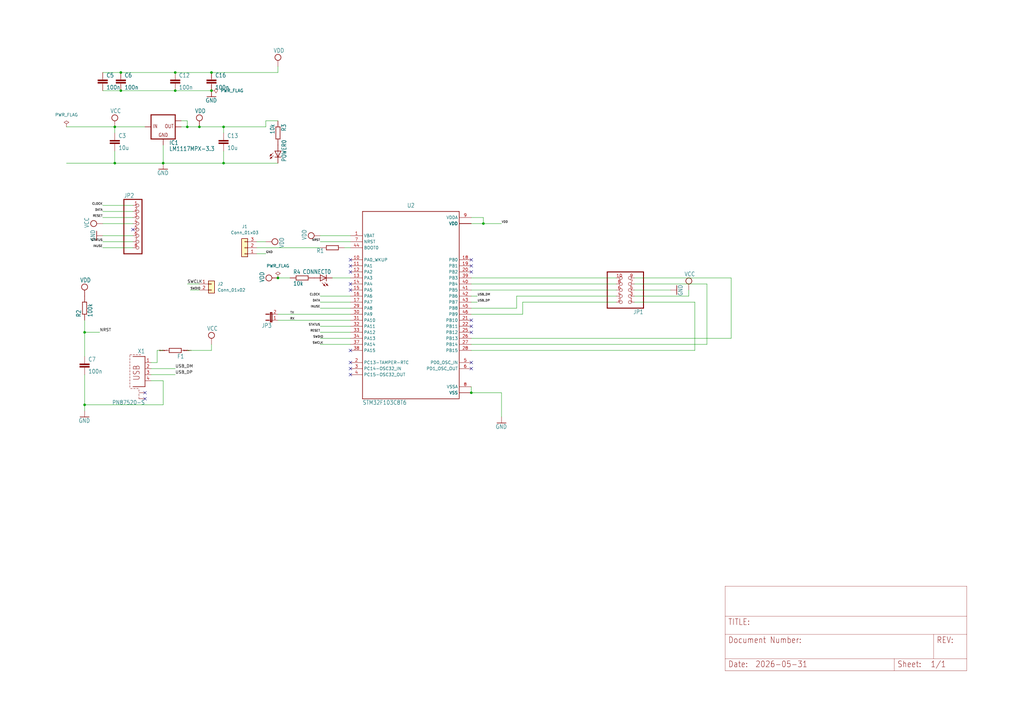
<source format=kicad_sch>
(kicad_sch (version 20231120) (generator "eeschema") (generator_version "8.0")
  (paper "User" 430.454 302.311)
  (lib_symbols
    (symbol "Connector_Generic:Conn_01x02" (pin_names (offset 1.016) hide)
      (property "Reference" "J" (at 0 2.54 0))
      (property "Value" "Conn_01x02" (at 0 -5.08 0))
      (symbol "Conn_01x02_1_1"
        (rectangle (start -1.27 -2.413) (end 0 -2.667) (stroke (width 0.1524)))
        (rectangle (start -1.27 0.127) (end 0 -0.127) (stroke (width 0.1524)))
        (rectangle (start -1.27 1.27) (end 1.27 -3.81) (stroke (width 0.254)) (fill (type background)))
        (pin passive line (at -5.08 0 0) (length 3.81) (name "Pin_1") (number "1"))
        (pin passive line (at -5.08 -2.54 0) (length 3.81) (name "Pin_2") (number "2"))
      )
    )
    (symbol "Connector_Generic:Conn_01x03" (pin_names (offset 1.016) hide)
      (property "Reference" "J" (at 0 5.08 0))
      (property "Value" "Conn_01x03" (at 0 -5.08 0))
      (symbol "Conn_01x03_1_1"
        (rectangle (start -1.27 -2.413) (end 0 -2.667) (stroke (width 0.1524)))
        (rectangle (start -1.27 0.127) (end 0 -0.127) (stroke (width 0.1524)))
        (rectangle (start -1.27 2.667) (end 0 2.413) (stroke (width 0.1524)))
        (rectangle (start -1.27 3.81) (end 1.27 -3.81) (stroke (width 0.254)) (fill (type background)))
        (pin passive line (at -5.08 2.54 0) (length 3.81) (name "Pin_1") (number "1"))
        (pin passive line (at -5.08 0 0) (length 3.81) (name "Pin_2") (number "2"))
        (pin passive line (at -5.08 -2.54 0) (length 3.81) (name "Pin_3") (number "3"))
      )
    )
    (symbol "power:PWR_FLAG" (power) (pin_numbers hide) (pin_names (offset 0) hide)
      (property "Value" "PWR_FLAG" (at 0 3.81 0))
      (symbol "PWR_FLAG_0_0"
        (pin power_out line (at 0 0 90) (length 0) (name "pwr") (number "1"))
      )
      (symbol "PWR_FLAG_0_1"
        (polyline (pts (xy 0 0) (xy 0 1.27) (xy -1.016 1.905) (xy 0 2.54) (xy 1.016 1.905) (xy 0 1.27)))
      )
    )
    (symbol "wmk-eagle-import:C-EUC0603"
      (property "Reference" "C" (at 1.524 0.381 0))
      (symbol "C-EUC0603_1_0"
        (rectangle (start -2.032 -2.032) (end 2.032 -1.524) (fill (type outline)))
        (rectangle (start -2.032 -1.016) (end 2.032 -0.508) (fill (type outline)))
        (polyline (pts (xy 0 -2.54) (xy 0 -2.032)) (stroke (width 0.1524)))
        (polyline (pts (xy 0 0) (xy 0 -0.508)) (stroke (width 0.1524)))
        (pin passive line (at 0 2.54 270) (length 2.54) (name "1") (number "1"))
        (pin passive line (at 0 -5.08 90) (length 2.54) (name "2") (number "2"))
      )
    )
    (symbol "wmk-eagle-import:C-EUC1206"
      (property "Reference" "C" (at 1.524 0.381 0))
      (symbol "C-EUC1206_1_0"
        (rectangle (start -2.032 -2.032) (end 2.032 -1.524) (fill (type outline)))
        (rectangle (start -2.032 -1.016) (end 2.032 -0.508) (fill (type outline)))
        (polyline (pts (xy 0 -2.54) (xy 0 -2.032)) (stroke (width 0.1524)))
        (polyline (pts (xy 0 0) (xy 0 -0.508)) (stroke (width 0.1524)))
        (pin passive line (at 0 2.54 270) (length 2.54) (name "1") (number "1"))
        (pin passive line (at 0 -5.08 90) (length 2.54) (name "2") (number "2"))
      )
    )
    (symbol "wmk-eagle-import:DINA3_L"
      (symbol "DINA3_L_1_0"
        (polyline (pts (xy 0 0) (xy 388.62 0) (xy 388.62 264.16) (xy 0 264.16) (xy 0 0)))
      )
      (symbol "DINA3_L_2_0"
        (polyline (pts (xy 0 0) (xy 0 5.08)) (stroke (width 0.1016)))
        (polyline (pts (xy 0 0) (xy 71.12 0)) (stroke (width 0.1016)))
        (polyline (pts (xy 0 5.08) (xy 0 15.24)) (stroke (width 0.1016)))
        (polyline (pts (xy 0 5.08) (xy 71.12 5.08)) (stroke (width 0.1016)))
        (polyline (pts (xy 0 15.24) (xy 0 22.86)) (stroke (width 0.1016)))
        (polyline (pts (xy 0 22.86) (xy 0 35.56)) (stroke (width 0.1016)))
        (polyline (pts (xy 0 22.86) (xy 101.6 22.86)) (stroke (width 0.1016)))
        (polyline (pts (xy 71.12 0) (xy 101.6 0)) (stroke (width 0.1016)))
        (polyline (pts (xy 71.12 5.08) (xy 71.12 0)) (stroke (width 0.1016)))
        (polyline (pts (xy 71.12 5.08) (xy 87.63 5.08)) (stroke (width 0.1016)))
        (polyline (pts (xy 87.63 5.08) (xy 101.6 5.08)) (stroke (width 0.1016)))
        (polyline (pts (xy 87.63 15.24) (xy 0 15.24)) (stroke (width 0.1016)))
        (polyline (pts (xy 87.63 15.24) (xy 87.63 5.08)) (stroke (width 0.1016)))
        (polyline (pts (xy 101.6 5.08) (xy 101.6 0)) (stroke (width 0.1016)))
        (polyline (pts (xy 101.6 15.24) (xy 87.63 15.24)) (stroke (width 0.1016)))
        (polyline (pts (xy 101.6 15.24) (xy 101.6 5.08)) (stroke (width 0.1016)))
        (polyline (pts (xy 101.6 22.86) (xy 101.6 15.24)) (stroke (width 0.1016)))
        (polyline (pts (xy 101.6 35.56) (xy 0 35.56)) (stroke (width 0.1016)))
        (polyline (pts (xy 101.6 35.56) (xy 101.6 22.86)) (stroke (width 0.1016)))
        (text "${#}/${##}" (at 86.36 1.27 0) (effects (font (size 2.54 2.159)) (justify left bottom)))
        (text "${CURRENT_DATE}" (at 12.7 1.27 0) (effects (font (size 2.54 2.159)) (justify left bottom)))
        (text "${PROJECTNAME}" (at 17.78 19.05 0) (effects (font (size 2.54 2.159)) (justify left bottom)))
        (text "Date:" (at 1.27 1.27 0) (effects (font (size 2.54 2.159)) (justify left bottom)))
        (text "Document Number:" (at 1.27 11.43 0) (effects (font (size 2.54 2.159)) (justify left bottom)))
        (text "REV:" (at 88.9 11.43 0) (effects (font (size 2.54 2.159)) (justify left bottom)))
        (text "Sheet:" (at 72.39 1.27 0) (effects (font (size 2.54 2.159)) (justify left bottom)))
        (text "TITLE:" (at 1.27 19.05 0) (effects (font (size 2.54 2.159)) (justify left bottom)))
      )
    )
    (symbol "wmk-eagle-import:GND" (power)
      (property "Value" "GND" (at -2.54 -2.54 0))
      (symbol "GND_1_0"
        (polyline (pts (xy -1.905 0) (xy 1.905 0)) (stroke (width 0.254)))
        (pin power_in line (at 0 2.54 270) (length 2.54) (name "GND") (number "1"))
      )
    )
    (symbol "wmk-eagle-import:JP1E"
      (property "Reference" "JP" (at -1.27 0 90))
      (symbol "JP1E_1_0"
        (polyline (pts (xy -0.635 0) (xy 3.175 0)) (stroke (width 0.4064)))
        (polyline (pts (xy -0.635 0.635) (xy -0.635 0)) (stroke (width 0.4064)))
        (polyline (pts (xy 0 0) (xy 0 1.27)) (stroke (width 0.1524)))
        (polyline (pts (xy 0 2.54) (xy 0 1.27)) (stroke (width 0.4064)))
        (polyline (pts (xy 2.54 0) (xy 2.54 1.27)) (stroke (width 0.1524)))
        (polyline (pts (xy 2.54 2.54) (xy 2.54 1.27)) (stroke (width 0.4064)))
        (polyline (pts (xy 3.175 0) (xy 3.175 0.635)) (stroke (width 0.4064)))
        (polyline (pts (xy 3.175 0.635) (xy -0.635 0.635)) (stroke (width 0.4064)))
        (pin passive line (at 0 -2.54 90) (length 2.54) (name "1") (number "1"))
        (pin passive line (at 2.54 -2.54 90) (length 2.54) (name "2") (number "2"))
      )
    )
    (symbol "wmk-eagle-import:LEDSML0805"
      (property "Reference" "LED" (at 3.556 -4.572 90))
      (symbol "LEDSML0805_1_0"
        (polyline (pts (xy -2.032 -0.762) (xy -3.429 -2.159)) (stroke (width 0.1524)))
        (polyline (pts (xy -1.905 -1.905) (xy -3.302 -3.302)) (stroke (width 0.1524)))
        (polyline (pts (xy 0 -2.54) (xy -1.27 -2.54)) (stroke (width 0.254)))
        (polyline (pts (xy 0 -2.54) (xy -1.27 0)) (stroke (width 0.254)))
        (polyline (pts (xy 0 0) (xy -1.27 0)) (stroke (width 0.254)))
        (polyline (pts (xy 0 0) (xy 0 -2.54)) (stroke (width 0.1524)))
        (polyline (pts (xy 1.27 -2.54) (xy 0 -2.54)) (stroke (width 0.254)))
        (polyline (pts (xy 1.27 0) (xy 0 -2.54)) (stroke (width 0.254)))
        (polyline (pts (xy 1.27 0) (xy 0 0)) (stroke (width 0.254)))
        (polyline (pts (xy -3.429 -2.159) (xy -3.048 -1.27) (xy -2.54 -1.778)) (stroke (width 0.1524)) (fill (type outline)))
        (polyline (pts (xy -3.302 -3.302) (xy -2.921 -2.413) (xy -2.413 -2.921)) (stroke (width 0.1524)) (fill (type outline)))
        (pin passive line (at 0 2.54 270) (length 2.54) (name "A") (number "A"))
        (pin passive line (at 0 -5.08 90) (length 2.54) (name "C") (number "C"))
      )
    )
    (symbol "wmk-eagle-import:LM1117MPX-"
      (property "Reference" "IC" (at 2.54 -7.62 0))
      (symbol "LM1117MPX-_1_0"
        (polyline (pts (xy -5.08 -5.08) (xy 5.08 -5.08)) (stroke (width 0.4064)))
        (polyline (pts (xy -5.08 5.08) (xy -5.08 -5.08)) (stroke (width 0.4064)))
        (polyline (pts (xy 5.08 -5.08) (xy 5.08 5.08)) (stroke (width 0.4064)))
        (polyline (pts (xy 5.08 5.08) (xy -5.08 5.08)) (stroke (width 0.4064)))
        (text "GND" (at -2.032 -4.318 0) (effects (font (size 1.524 1.2954)) (justify left bottom)))
        (text "IN" (at -4.445 -0.635 0) (effects (font (size 1.524 1.2954)) (justify left bottom)))
        (text "OUT" (at 0.635 -0.635 0) (effects (font (size 1.524 1.2954)) (justify left bottom)))
        (pin input line (at 0 -7.62 90) (length 2.54) (name "GND") (number "1"))
        (pin passive line (at 7.62 0 180) (length 2.54) (name "OUT") (number "2"))
        (pin input line (at -7.62 0 0) (length 2.54) (name "IN") (number "3"))
        (pin passive line (at 7.62 2.54 180) (length 2.54) (name "OUT1") (number "TAB"))
      )
    )
    (symbol "wmk-eagle-import:PINHD-1X8"
      (property "Reference" "JP" (at -6.35 13.335 0))
      (symbol "PINHD-1X8_1_0"
        (polyline (pts (xy -6.35 -10.16) (xy 1.27 -10.16)) (stroke (width 0.4064)))
        (polyline (pts (xy -6.35 12.7) (xy -6.35 -10.16)) (stroke (width 0.4064)))
        (polyline (pts (xy 1.27 -10.16) (xy 1.27 12.7)) (stroke (width 0.4064)))
        (polyline (pts (xy 1.27 12.7) (xy -6.35 12.7)) (stroke (width 0.4064)))
        (pin passive inverted (at -2.54 10.16 0) (length 2.54) (name "1") (number "1"))
        (pin passive inverted (at -2.54 7.62 0) (length 2.54) (name "2") (number "2"))
        (pin passive inverted (at -2.54 5.08 0) (length 2.54) (name "3") (number "3"))
        (pin passive inverted (at -2.54 2.54 0) (length 2.54) (name "4") (number "4"))
        (pin passive inverted (at -2.54 0 0) (length 2.54) (name "5") (number "5"))
        (pin passive inverted (at -2.54 -2.54 0) (length 2.54) (name "6") (number "6"))
        (pin passive inverted (at -2.54 -5.08 0) (length 2.54) (name "7") (number "7"))
        (pin passive inverted (at -2.54 -7.62 0) (length 2.54) (name "8") (number "8"))
      )
    )
    (symbol "wmk-eagle-import:PINHD-2X5"
      (property "Reference" "JP" (at -6.35 8.255 0))
      (symbol "PINHD-2X5_1_0"
        (polyline (pts (xy -6.35 -7.62) (xy 8.89 -7.62)) (stroke (width 0.4064)))
        (polyline (pts (xy -6.35 7.62) (xy -6.35 -7.62)) (stroke (width 0.4064)))
        (polyline (pts (xy 8.89 -7.62) (xy 8.89 7.62)) (stroke (width 0.4064)))
        (polyline (pts (xy 8.89 7.62) (xy -6.35 7.62)) (stroke (width 0.4064)))
        (pin passive inverted (at -2.54 5.08 0) (length 2.54) (name "1") (number "1"))
        (pin passive inverted (at 5.08 -5.08 180) (length 2.54) (name "10") (number "10"))
        (pin passive inverted (at 5.08 5.08 180) (length 2.54) (name "2") (number "2"))
        (pin passive inverted (at -2.54 2.54 0) (length 2.54) (name "3") (number "3"))
        (pin passive inverted (at 5.08 2.54 180) (length 2.54) (name "4") (number "4"))
        (pin passive inverted (at -2.54 0 0) (length 2.54) (name "5") (number "5"))
        (pin passive inverted (at 5.08 0 180) (length 2.54) (name "6") (number "6"))
        (pin passive inverted (at -2.54 -2.54 0) (length 2.54) (name "7") (number "7"))
        (pin passive inverted (at 5.08 -2.54 180) (length 2.54) (name "8") (number "8"))
        (pin passive inverted (at -2.54 -5.08 0) (length 2.54) (name "9") (number "9"))
      )
    )
    (symbol "wmk-eagle-import:PN87520-S"
      (property "Reference" "X" (at 0 8.89 0))
      (symbol "PN87520-S_1_0"
        (polyline (pts (xy 0 -5.08) (xy 5.08 -5.08)) (stroke (width 0.254)))
        (polyline (pts (xy 0 7.62) (xy 0 -5.08)) (stroke (width 0.254)))
        (polyline (pts (xy 0 7.62) (xy 5.08 7.62)) (stroke (width 0.254)))
        (polyline (pts (xy 2.54 -10.16) (xy 2.54 -9.398)) (stroke (width 0.1524)))
        (polyline (pts (xy 2.54 -8.89) (xy 2.54 -8.128)) (stroke (width 0.1524)))
        (polyline (pts (xy 2.54 -7.112) (xy 2.54 -6.35)) (stroke (width 0.1524)))
        (polyline (pts (xy 2.54 8.382) (xy 1.778 8.382)) (stroke (width 0.1524)))
        (polyline (pts (xy 3.556 -5.842) (xy 2.794 -5.842)) (stroke (width 0.1524)))
        (polyline (pts (xy 3.81 8.382) (xy 3.048 8.382)) (stroke (width 0.1524)))
        (polyline (pts (xy 4.826 -5.842) (xy 4.064 -5.842)) (stroke (width 0.1524)))
        (polyline (pts (xy 5.08 8.382) (xy 4.318 8.382)) (stroke (width 0.1524)))
        (polyline (pts (xy 6.096 -5.842) (xy 5.334 -5.842)) (stroke (width 0.1524)))
        (polyline (pts (xy 6.35 -5.334) (xy 6.35 -4.572)) (stroke (width 0.1524)))
        (polyline (pts (xy 6.35 -4.064) (xy 6.35 -3.302)) (stroke (width 0.1524)))
        (polyline (pts (xy 6.35 -2.794) (xy 6.35 -2.032)) (stroke (width 0.1524)))
        (polyline (pts (xy 6.35 -1.524) (xy 6.35 -0.762)) (stroke (width 0.1524)))
        (polyline (pts (xy 6.35 -0.254) (xy 6.35 0.508)) (stroke (width 0.1524)))
        (polyline (pts (xy 6.35 1.016) (xy 6.35 1.778)) (stroke (width 0.1524)))
        (polyline (pts (xy 6.35 2.286) (xy 6.35 3.048)) (stroke (width 0.1524)))
        (polyline (pts (xy 6.35 3.556) (xy 6.35 4.318)) (stroke (width 0.1524)))
        (polyline (pts (xy 6.35 4.826) (xy 6.35 5.588)) (stroke (width 0.1524)))
        (polyline (pts (xy 6.35 6.096) (xy 6.35 6.858)) (stroke (width 0.1524)))
        (polyline (pts (xy 6.35 7.366) (xy 6.35 8.128)) (stroke (width 0.1524)))
        (polyline (pts (xy 6.35 8.382) (xy 5.588 8.382)) (stroke (width 0.1524)))
        (text "USB" (at 5.08 -2.54 900) (effects (font (size 2.54 2.159)) (justify left bottom)))
        (pin passive line (at -2.54 5.08 0) (length 2.54) (name "1") (number "1"))
        (pin passive line (at -2.54 2.54 0) (length 2.54) (name "2") (number "2"))
        (pin passive line (at -2.54 0 0) (length 2.54) (name "3") (number "3"))
        (pin passive line (at -2.54 -2.54 0) (length 2.54) (name "4") (number "4"))
        (pin passive line (at 0 -7.62 0) (length 2.54) (name "S1") (number "S1"))
        (pin passive line (at 0 -10.16 0) (length 2.54) (name "S2") (number "S2"))
      )
    )
    (symbol "wmk-eagle-import:R-EU_0922V"
      (property "Reference" "R" (at -3.81 1.4986 0))
      (symbol "R-EU_0922V_1_0"
        (polyline (pts (xy -2.54 -0.889) (xy -2.54 0.889)) (stroke (width 0.254)))
        (polyline (pts (xy -2.54 -0.889) (xy 2.54 -0.889)) (stroke (width 0.254)))
        (polyline (pts (xy 2.54 -0.889) (xy 2.54 0.889)) (stroke (width 0.254)))
        (polyline (pts (xy 2.54 0.889) (xy -2.54 0.889)) (stroke (width 0.254)))
        (pin passive line (at -5.08 0 0) (length 2.54) (name "1") (number "1"))
        (pin passive line (at 5.08 0 180) (length 2.54) (name "2") (number "2"))
      )
    )
    (symbol "wmk-eagle-import:R-EU_R0603"
      (property "Reference" "R" (at -3.81 1.4986 0))
      (symbol "R-EU_R0603_1_0"
        (polyline (pts (xy -2.54 -0.889) (xy -2.54 0.889)) (stroke (width 0.254)))
        (polyline (pts (xy -2.54 -0.889) (xy 2.54 -0.889)) (stroke (width 0.254)))
        (polyline (pts (xy 2.54 -0.889) (xy 2.54 0.889)) (stroke (width 0.254)))
        (polyline (pts (xy 2.54 0.889) (xy -2.54 0.889)) (stroke (width 0.254)))
        (pin passive line (at -5.08 0 0) (length 2.54) (name "1") (number "1"))
        (pin passive line (at 5.08 0 180) (length 2.54) (name "2") (number "2"))
      )
    )
    (symbol "wmk-eagle-import:RR1206"
      (property "Reference" "R" (at -3.81 1.4986 0))
      (symbol "RR1206_1_0"
        (polyline (pts (xy -2.54 -0.889) (xy -2.54 0.889)) (stroke (width 0.254)))
        (polyline (pts (xy -2.54 -0.889) (xy 2.54 -0.889)) (stroke (width 0.254)))
        (polyline (pts (xy 2.54 -0.889) (xy 2.54 0.889)) (stroke (width 0.254)))
        (polyline (pts (xy 2.54 0.889) (xy -2.54 0.889)) (stroke (width 0.254)))
        (text "SpiceOrder 1" (at -5.08 0 0) (effects (font (size 0.4064 0.3454))))
        (text "SpiceOrder 2" (at 5.08 0 0) (effects (font (size 0.4064 0.3454))))
        (pin passive line (at -5.08 0 0) (length 2.54) (name "1") (number "1"))
        (pin passive line (at 5.08 0 180) (length 2.54) (name "2") (number "2"))
      )
    )
    (symbol "wmk-eagle-import:STM32F103C8T6"
      (property "Reference" "U" (at -20.32 41.275 0))
      (symbol "STM32F103C8T6_1_0"
        (polyline (pts (xy -20.32 -38.1) (xy -20.32 40.64)) (stroke (width 0.254)))
        (polyline (pts (xy -20.32 40.64) (xy 20.32 40.64)) (stroke (width 0.254)))
        (polyline (pts (xy 20.32 -38.1) (xy -20.32 -38.1)) (stroke (width 0.254)))
        (polyline (pts (xy 20.32 40.64) (xy 20.32 -38.1)) (stroke (width 0.254)))
        (pin power_in line (at -25.4 30.48 0) (length 5.08) (name "VBAT") (number "1"))
        (pin bidirectional line (at -25.4 20.32 0) (length 5.08) (name "PA0_WKUP") (number "10"))
        (pin bidirectional line (at -25.4 17.78 0) (length 5.08) (name "PA1") (number "11"))
        (pin bidirectional line (at -25.4 15.24 0) (length 5.08) (name "PA2") (number "12"))
        (pin bidirectional line (at -25.4 12.7 0) (length 5.08) (name "PA3") (number "13"))
        (pin bidirectional line (at -25.4 10.16 0) (length 5.08) (name "PA4") (number "14"))
        (pin bidirectional line (at -25.4 7.62 0) (length 5.08) (name "PA5") (number "15"))
        (pin bidirectional line (at -25.4 5.08 0) (length 5.08) (name "PA6") (number "16"))
        (pin bidirectional line (at -25.4 2.54 0) (length 5.08) (name "PA7") (number "17"))
        (pin bidirectional line (at 25.4 20.32 180) (length 5.08) (name "PB0") (number "18"))
        (pin bidirectional line (at 25.4 17.78 180) (length 5.08) (name "PB1") (number "19"))
        (pin bidirectional line (at -25.4 -22.86 0) (length 5.08) (name "PC13-TAMPER-RTC") (number "2"))
        (pin bidirectional line (at 25.4 15.24 180) (length 5.08) (name "PB2") (number "20"))
        (pin bidirectional line (at 25.4 -5.08 180) (length 5.08) (name "PB10") (number "21"))
        (pin bidirectional line (at 25.4 -7.62 180) (length 5.08) (name "PB11") (number "22"))
        (pin power_in line (at 25.4 -35.56 180) (length 5.08) (name "VSS") (number "23"))
        (pin power_in line (at 25.4 35.56 180) (length 5.08) (name "VDD") (number "24"))
        (pin bidirectional line (at 25.4 -10.16 180) (length 5.08) (name "PB12") (number "25"))
        (pin bidirectional line (at 25.4 -12.7 180) (length 5.08) (name "PB13") (number "26"))
        (pin bidirectional line (at 25.4 -15.24 180) (length 5.08) (name "PB14") (number "27"))
        (pin bidirectional line (at 25.4 -17.78 180) (length 5.08) (name "PB15") (number "28"))
        (pin bidirectional line (at -25.4 0 0) (length 5.08) (name "PA8") (number "29"))
        (pin bidirectional line (at -25.4 -25.4 0) (length 5.08) (name "PC14-OSC32_IN") (number "3"))
        (pin bidirectional line (at -25.4 -2.54 0) (length 5.08) (name "PA9") (number "30"))
        (pin bidirectional line (at -25.4 -5.08 0) (length 5.08) (name "PA10") (number "31"))
        (pin bidirectional line (at -25.4 -7.62 0) (length 5.08) (name "PA11") (number "32"))
        (pin bidirectional line (at -25.4 -10.16 0) (length 5.08) (name "PA12") (number "33"))
        (pin bidirectional line (at -25.4 -12.7 0) (length 5.08) (name "PA13") (number "34"))
        (pin power_in line (at 25.4 -35.56 180) (length 5.08) (name "VSS") (number "35"))
        (pin power_in line (at 25.4 35.56 180) (length 5.08) (name "VDD") (number "36"))
        (pin bidirectional line (at -25.4 -15.24 0) (length 5.08) (name "PA14") (number "37"))
        (pin bidirectional line (at -25.4 -17.78 0) (length 5.08) (name "PA15") (number "38"))
        (pin bidirectional line (at 25.4 12.7 180) (length 5.08) (name "PB3") (number "39"))
        (pin bidirectional line (at -25.4 -27.94 0) (length 5.08) (name "PC15-OSC32_OUT") (number "4"))
        (pin bidirectional line (at 25.4 10.16 180) (length 5.08) (name "PB4") (number "40"))
        (pin bidirectional line (at 25.4 7.62 180) (length 5.08) (name "PB5") (number "41"))
        (pin bidirectional line (at 25.4 5.08 180) (length 5.08) (name "PB6") (number "42"))
        (pin bidirectional line (at 25.4 2.54 180) (length 5.08) (name "PB7") (number "43"))
        (pin input line (at -25.4 25.4 0) (length 5.08) (name "BOOT0") (number "44"))
        (pin bidirectional line (at 25.4 0 180) (length 5.08) (name "PB8") (number "45"))
        (pin bidirectional line (at 25.4 -2.54 180) (length 5.08) (name "PB9") (number "46"))
        (pin power_in line (at 25.4 -35.56 180) (length 5.08) (name "VSS") (number "47"))
        (pin power_in line (at 25.4 35.56 180) (length 5.08) (name "VDD") (number "48"))
        (pin bidirectional line (at 25.4 -22.86 180) (length 5.08) (name "PD0_OSC_IN") (number "5"))
        (pin bidirectional line (at 25.4 -25.4 180) (length 5.08) (name "PD1_OSC_OUT") (number "6"))
        (pin input line (at -25.4 27.94 0) (length 5.08) (name "NRST") (number "7"))
        (pin power_in line (at 25.4 -33.02 180) (length 5.08) (name "VSSA") (number "8"))
        (pin power_in line (at 25.4 38.1 180) (length 5.08) (name "VDDA") (number "9"))
      )
    )
    (symbol "wmk-eagle-import:VCC" (power)
      (property "Value" "VCC" (at -1.905 3.175 0))
      (symbol "VCC_1_0"
        (circle (center 0 1.27) (radius 1.27) (stroke (width 0.254)))
        (pin power_in line (at 0 -2.54 90) (length 2.54) (name "VCC") (number "1"))
      )
    )
    (symbol "wmk-eagle-import:VDD" (power)
      (property "Value" "VDD" (at -1.905 3.175 0))
      (symbol "VDD_1_0"
        (circle (center 0 1.27) (radius 1.27) (stroke (width 0.254)))
        (pin power_in line (at 0 -2.54 90) (length 2.54) (name "VDD") (number "1"))
      )
    )
  )
  (junction (at 73.66 38.1))
  (junction (at 93.98 53.34))
  (junction (at 35.56 139.7))
  (junction (at 73.66 30.48))
  (junction (at 78.74 53.34))
  (junction (at 48.26 53.34))
  (junction (at 35.56 170.18))
  (junction (at 88.9 30.48))
  (junction (at 88.9 38.1))
  (junction (at 50.8 38.1))
  (junction (at 116.84 116.84))
  (junction (at 83.82 53.34))
  (junction (at 93.98 68.58))
  (junction (at 48.26 68.58))
  (junction (at 198.12 165.1))
  (junction (at 50.8 30.48))
  (junction (at 203.2 93.98))
  (junction (at 68.58 68.58))
  (no_connect (at 147.32 109.22))
  (no_connect (at 198.12 137.16))
  (no_connect (at 198.12 114.3))
  (no_connect (at 147.32 111.76))
  (no_connect (at 147.32 157.48))
  (no_connect (at 55.88 96.52))
  (no_connect (at 147.32 114.3))
  (no_connect (at 198.12 111.76))
  (no_connect (at 147.32 152.4))
  (no_connect (at 198.12 139.7))
  (no_connect (at 60.96 167.64))
  (no_connect (at 198.12 152.4))
  (no_connect (at 147.32 119.38))
  (no_connect (at 147.32 121.92))
  (no_connect (at 198.12 134.62))
  (no_connect (at 147.32 147.32))
  (no_connect (at 60.96 165.1))
  (no_connect (at 198.12 154.94))
  (no_connect (at 198.12 109.22))
  (no_connect (at 147.32 154.94))
  (wire (pts (xy 55.88 101.6) (xy 43.18 101.6)) (stroke (width 0.1524)))
  (wire (pts (xy 134.62 139.7) (xy 147.32 139.7)) (stroke (width 0.1524)))
  (wire (pts (xy 307.34 116.84) (xy 266.7 116.84)) (stroke (width 0.1524)))
  (wire (pts (xy 63.5 157.48) (xy 73.66 157.48)) (stroke (width 0.1524)))
  (wire (pts (xy 107.95 104.14) (xy 134.62 104.14)))
  (wire (pts (xy 83.82 119.38) (xy 78.74 119.38)) (stroke (width 0.1524)))
  (wire (pts (xy 55.88 104.14) (xy 43.18 104.14)) (stroke (width 0.1524)))
  (wire (pts (xy 88.9 30.48) (xy 73.66 30.48)) (stroke (width 0.1524)))
  (wire (pts (xy 73.66 30.48) (xy 50.8 30.48)) (stroke (width 0.1524)))
  (wire (pts (xy 35.56 149.86) (xy 35.56 139.7)) (stroke (width 0.1524)))
  (wire (pts (xy 76.2 53.34) (xy 78.74 53.34)) (stroke (width 0.1524)))
  (wire (pts (xy 147.32 137.16) (xy 134.62 137.16)) (stroke (width 0.1524)))
  (wire (pts (xy 111.76 53.34) (xy 111.76 50.8)) (stroke (width 0.1524)))
  (wire (pts (xy 50.8 30.48) (xy 43.18 30.48)) (stroke (width 0.1524)))
  (wire (pts (xy 259.08 119.38) (xy 198.12 119.38)) (stroke (width 0.1524)))
  (wire (pts (xy 198.12 132.08) (xy 219.71 132.08)))
  (wire (pts (xy 116.84 30.48) (xy 88.9 30.48)) (stroke (width 0.1524)))
  (wire (pts (xy 78.74 50.8) (xy 78.74 53.34)) (stroke (width 0.1524)))
  (wire (pts (xy 111.76 50.8) (xy 116.84 50.8)) (stroke (width 0.1524)))
  (wire (pts (xy 48.26 63.5) (xy 48.26 68.58)) (stroke (width 0.1524)))
  (wire (pts (xy 93.98 53.34) (xy 111.76 53.34)) (stroke (width 0.1524)))
  (wire (pts (xy 116.84 132.08) (xy 147.32 132.08)) (stroke (width 0.1524)))
  (wire (pts (xy 116.84 134.62) (xy 147.32 134.62)) (stroke (width 0.1524)))
  (wire (pts (xy 198.12 165.1) (xy 210.82 165.1)) (stroke (width 0.1524)))
  (wire (pts (xy 107.95 106.68) (xy 111.76 106.68)))
  (wire (pts (xy 116.84 116.84) (xy 121.92 116.84)) (stroke (width 0.1524)))
  (wire (pts (xy 55.88 86.36) (xy 43.18 86.36)) (stroke (width 0.1524)))
  (wire (pts (xy 217.17 124.46) (xy 259.08 124.46)))
  (wire (pts (xy 76.2 50.8) (xy 78.74 50.8)) (stroke (width 0.1524)))
  (wire (pts (xy 93.98 68.58) (xy 116.84 68.58)) (stroke (width 0.1524)))
  (wire (pts (xy 80.01 121.92) (xy 83.82 121.92)) (stroke (width 0.1524)))
  (wire (pts (xy 198.12 127) (xy 200.66 127)))
  (wire (pts (xy 217.17 129.54) (xy 217.17 124.46)))
  (wire (pts (xy 198.12 142.24) (xy 307.34 142.24)) (stroke (width 0.1524)))
  (wire (pts (xy 41.91 139.7) (xy 35.56 139.7)) (stroke (width 0.1524)))
  (wire (pts (xy 48.26 53.34) (xy 48.26 55.88)) (stroke (width 0.1524)))
  (wire (pts (xy 198.12 162.56) (xy 198.12 165.1)))
  (wire (pts (xy 266.7 121.92) (xy 281.94 121.92)) (stroke (width 0.1524)))
  (wire (pts (xy 147.32 101.6) (xy 134.62 101.6)) (stroke (width 0.1524)))
  (wire (pts (xy 198.12 124.46) (xy 200.66 124.46)))
  (wire (pts (xy 55.88 88.9) (xy 43.18 88.9)) (stroke (width 0.1524)))
  (wire (pts (xy 203.2 91.44) (xy 203.2 93.98)) (stroke (width 0.1524)))
  (wire (pts (xy 297.18 119.38) (xy 266.7 119.38)) (stroke (width 0.1524)))
  (wire (pts (xy 210.82 165.1) (xy 210.82 175.26)) (stroke (width 0.1524)))
  (wire (pts (xy 147.32 129.54) (xy 134.62 129.54)) (stroke (width 0.1524)))
  (wire (pts (xy 219.71 132.08) (xy 219.71 127)))
  (wire (pts (xy 68.58 68.58) (xy 48.26 68.58)) (stroke (width 0.1524)))
  (wire (pts (xy 198.12 144.78) (xy 297.18 144.78)) (stroke (width 0.1524)))
  (wire (pts (xy 147.32 124.46) (xy 134.62 124.46)) (stroke (width 0.1524)))
  (wire (pts (xy 68.58 160.02) (xy 68.58 170.18)) (stroke (width 0.1524)))
  (wire (pts (xy 147.32 127) (xy 134.62 127)) (stroke (width 0.1524)))
  (wire (pts (xy 83.82 53.34) (xy 93.98 53.34)) (stroke (width 0.1524)))
  (wire (pts (xy 259.08 121.92) (xy 198.12 121.92)) (stroke (width 0.1524)))
  (wire (pts (xy 259.08 116.84) (xy 198.12 116.84)) (stroke (width 0.1524)))
  (wire (pts (xy 55.88 93.98) (xy 43.18 93.98)) (stroke (width 0.1524)))
  (wire (pts (xy 66.04 147.32) (xy 68.58 147.32)) (stroke (width 0.1524)))
  (wire (pts (xy 66.04 152.4) (xy 66.04 147.32)) (stroke (width 0.1524)))
  (wire (pts (xy 297.18 119.38) (xy 297.18 144.78)) (stroke (width 0.1524)))
  (wire (pts (xy 292.1 127) (xy 292.1 147.32)) (stroke (width 0.1524)))
  (wire (pts (xy 93.98 63.5) (xy 93.98 68.58)) (stroke (width 0.1524)))
  (wire (pts (xy 307.34 116.84) (xy 307.34 142.24)) (stroke (width 0.1524)))
  (wire (pts (xy 198.12 91.44) (xy 203.2 91.44)) (stroke (width 0.1524)))
  (wire (pts (xy 139.7 116.84) (xy 147.32 116.84)) (stroke (width 0.1524)))
  (wire (pts (xy 35.56 157.48) (xy 35.56 170.18)) (stroke (width 0.1524)))
  (wire (pts (xy 144.78 104.14) (xy 147.32 104.14)))
  (wire (pts (xy 266.7 124.46) (xy 289.56 124.46)) (stroke (width 0.1524)))
  (wire (pts (xy 147.32 144.78) (xy 134.62 144.78)) (stroke (width 0.1524)))
  (wire (pts (xy 88.9 38.1) (xy 73.66 38.1)) (stroke (width 0.1524)))
  (wire (pts (xy 48.26 68.58) (xy 27.94 68.58)) (stroke (width 0.1524)))
  (wire (pts (xy 116.84 30.48) (xy 116.84 27.94)) (stroke (width 0.1524)))
  (wire (pts (xy 107.95 101.6) (xy 111.76 101.6)))
  (wire (pts (xy 78.74 53.34) (xy 83.82 53.34)) (stroke (width 0.1524)))
  (wire (pts (xy 55.88 99.06) (xy 43.18 99.06)) (stroke (width 0.1524)))
  (wire (pts (xy 68.58 68.58) (xy 93.98 68.58)) (stroke (width 0.1524)))
  (wire (pts (xy 147.32 99.06) (xy 134.62 99.06)) (stroke (width 0.1524)))
  (wire (pts (xy 292.1 147.32) (xy 198.12 147.32)) (stroke (width 0.1524)))
  (wire (pts (xy 35.56 170.18) (xy 68.58 170.18)) (stroke (width 0.1524)))
  (wire (pts (xy 63.5 152.4) (xy 66.04 152.4)) (stroke (width 0.1524)))
  (wire (pts (xy 147.32 142.24) (xy 134.62 142.24)) (stroke (width 0.1524)))
  (wire (pts (xy 219.71 127) (xy 259.08 127)))
  (wire (pts (xy 55.88 91.44) (xy 43.18 91.44)) (stroke (width 0.1524)))
  (wire (pts (xy 289.56 124.46) (xy 289.56 121.92)) (stroke (width 0.1524)))
  (wire (pts (xy 198.12 129.54) (xy 217.17 129.54)))
  (wire (pts (xy 73.66 38.1) (xy 50.8 38.1)) (stroke (width 0.1524)))
  (wire (pts (xy 292.1 127) (xy 266.7 127)) (stroke (width 0.1524)))
  (wire (pts (xy 88.9 147.32) (xy 88.9 144.78)) (stroke (width 0.1524)))
  (wire (pts (xy 60.96 53.34) (xy 48.26 53.34)) (stroke (width 0.1524)))
  (wire (pts (xy 198.12 93.98) (xy 203.2 93.98)) (stroke (width 0.1524)))
  (wire (pts (xy 50.8 38.1) (xy 43.18 38.1)) (stroke (width 0.1524)))
  (wire (pts (xy 63.5 154.94) (xy 73.66 154.94)) (stroke (width 0.1524)))
  (wire (pts (xy 68.58 160.02) (xy 63.5 160.02)) (stroke (width 0.1524)))
  (wire (pts (xy 78.74 147.32) (xy 88.9 147.32)) (stroke (width 0.1524)))
  (wire (pts (xy 68.58 68.58) (xy 68.58 60.96)) (stroke (width 0.1524)))
  (wire (pts (xy 35.56 139.7) (xy 35.56 134.62)) (stroke (width 0.1524)))
  (wire (pts (xy 35.56 170.18) (xy 35.56 172.72)) (stroke (width 0.1524)))
  (wire (pts (xy 48.26 53.34) (xy 27.94 53.34)) (stroke (width 0.1524)))
  (wire (pts (xy 203.2 93.98) (xy 210.82 93.98)) (stroke (width 0.1524)))
  (wire (pts (xy 93.98 55.88) (xy 93.98 53.34)) (stroke (width 0.1524)))
  (label "USB_DP" (at 73.66 157.48 0) (effects (font (size 1.2446 1.2446))))
  (label "SWDIO" (at 80.01 121.92 0) (effects (font (size 0.889 0.889))))
  (label "NRST" (at 134.62 101.6 180) (effects (font (size 0.889 0.889))))
  (label "DATA" (at 43.18 88.9 180) (effects (font (size 0.889 0.889))))
  (label "SWCLK" (at 135.89 144.78 180) (effects (font (size 0.889 0.889))))
  (label "GND" (at 111.76 106.68 0) (effects (font (size 0.889 0.889))))
  (label "RESET" (at 134.62 139.7 180) (effects (font (size 0.889 0.889))))
  (label "VDD" (at 210.82 93.98 0) (effects (font (size 0.889 0.889))))
  (label "CLOCK" (at 43.18 86.36 180) (effects (font (size 0.889 0.889))))
  (label "RESET" (at 43.18 91.44 180) (effects (font (size 0.889 0.889))))
  (label "DATA" (at 134.62 127 180) (effects (font (size 0.889 0.889))))
  (label "CLOCK" (at 134.62 124.46 180) (effects (font (size 0.889 0.889))))
  (label "USB_DP" (at 200.66 127 0) (effects (font (size 0.889 0.889))))
  (label "INUSE" (at 43.18 104.14 180) (effects (font (size 0.889 0.889))))
  (label "INUSE" (at 134.62 129.54 180) (effects (font (size 0.889 0.889))))
  (label "SWDIO" (at 135.89 142.24 180) (effects (font (size 0.889 0.889))))
  (label "TX" (at 121.92 132.08 0) (effects (font (size 0.889 0.889))))
  (label "STATUS" (at 134.62 137.16 180) (effects (font (size 0.889 0.889))))
  (label "RX" (at 121.92 134.62 0) (effects (font (size 0.889 0.889))))
  (label "NRST" (at 41.91 139.7 0) (effects (font (size 1.2446 1.2446))))
  (label "STATUS" (at 43.18 101.6 180) (effects (font (size 0.889 0.889))))
  (label "USB_DM" (at 73.66 154.94 0) (effects (font (size 1.2446 1.2446))))
  (label "USB_DM" (at 200.66 124.46 0) (effects (font (size 0.889 0.889))))
  (label "SWCLK" (at 78.74 119.38 0) (effects (font (size 1.2446 1.2446))))
  (symbol (lib_id "wmk-eagle-import:VDD") (at 116.84 25.4 0) (unit 1)
    (property "Reference" "#SUPPLY08" (effects (hide yes)))
    (property "Value" "VDD" (at 114.935 22.225 0) (effects (font (size 1.778 1.5113)) (justify left bottom)))
  )
  (symbol (lib_id "wmk-eagle-import:GND") (at 88.9 40.64 0) (unit 1)
    (property "Reference" "#GND05" (effects (hide yes)))
    (property "Value" "GND" (at 86.36 43.18 0) (effects (font (size 1.778 1.5113)) (justify left bottom)))
  )
  (symbol (lib_id "wmk-eagle-import:C-EUC0603") (at 35.56 152.4 0) (unit 1)
    (property "Reference" "C7" (at 37.084 152.019 0) (effects (font (size 1.778 1.5113)) (justify left bottom)))
    (property "Value" "100n" (at 37.084 157.099 0) (effects (font (size 1.778 1.5113)) (justify left bottom)))
    (property "Footprint" "wmk:C0603" (effects (hide yes)))
  )
  (symbol (lib_id "wmk-eagle-import:DINA3_L") (at 304.8 281.94 0) (unit 2)
    (property "Reference" "#FRAME1" (effects (hide yes)))
    (property "Value" "DINA3_L" (effects (hide yes)))
  )
  (symbol (lib_id "wmk-eagle-import:GND") (at 35.56 175.26 0) (unit 1)
    (property "Reference" "#GND03" (effects (hide yes)))
    (property "Value" "GND" (at 33.02 177.8 0) (effects (font (size 1.778 1.5113)) (justify left bottom)))
  )
  (symbol (lib_id "wmk-eagle-import:GND") (at 68.58 71.12 0) (unit 1)
    (property "Reference" "#GND02" (effects (hide yes)))
    (property "Value" "GND" (at 66.04 73.66 0) (effects (font (size 1.778 1.5113)) (justify left bottom)))
  )
  (symbol (lib_id "wmk-eagle-import:VCC") (at 88.9 142.24 0) (unit 1)
    (property "Reference" "#SUPPLY07" (effects (hide yes)))
    (property "Value" "VCC" (at 86.995 139.065 0) (effects (font (size 1.778 1.5113)) (justify left bottom)))
  )
  (symbol (lib_id "Connector_Generic:Conn_01x03") (at 102.87 104.14 180) (unit 1)
    (property "Reference" "J1" (at 102.87 95.25 0))
    (property "Value" "Conn_01x03" (at 102.87 97.79 0))
    (property "Footprint" "Connector_PinHeader_2.54mm:PinHeader_1x03_P2.54mm_Vertical" (effects (hide yes)))
  )
  (symbol (lib_id "wmk-eagle-import:C-EUC0603") (at 88.9 33.02 0) (unit 1)
    (property "Reference" "C16" (at 90.424 32.639 0) (effects (font (size 1.778 1.5113)) (justify left bottom)))
    (property "Value" "100n" (at 90.424 37.719 0) (effects (font (size 1.778 1.5113)) (justify left bottom)))
    (property "Footprint" "wmk:C0603" (effects (hide yes)))
  )
  (symbol (lib_id "power:PWR_FLAG") (at 116.84 116.84 0) (unit 1)
    (property "Reference" "#FLG03" (effects (hide yes)))
    (property "Value" "PWR_FLAG" (at 116.84 111.76 0))
  )
  (symbol (lib_id "wmk-eagle-import:C-EUC1206") (at 93.98 58.42 0) (unit 1)
    (property "Reference" "C13" (at 95.504 58.039 0) (effects (font (size 1.778 1.5113)) (justify left bottom)))
    (property "Value" "10u" (at 95.504 63.119 0) (effects (font (size 1.778 1.5113)) (justify left bottom)))
    (property "Footprint" "wmk:C1206" (effects (hide yes)))
  )
  (symbol (lib_id "wmk-eagle-import:VCC") (at 289.56 119.38 0) (unit 1)
    (property "Reference" "#SUPPLY013" (effects (hide yes)))
    (property "Value" "VCC" (at 287.655 116.205 0) (effects (font (size 1.778 1.5113)) (justify left bottom)))
  )
  (symbol (lib_id "wmk-eagle-import:PINHD-2X5") (at 264.16 121.92 180) (unit 1)
    (property "Reference" "JP1" (at 270.51 130.175 0) (effects (font (size 1.778 1.5113)) (justify left bottom)))
    (property "Footprint" "wmk:2X05" (effects (hide yes)))
  )
  (symbol (lib_id "wmk-eagle-import:C-EUC0603") (at 43.18 33.02 0) (unit 1)
    (property "Reference" "C5" (at 44.704 32.639 0) (effects (font (size 1.778 1.5113)) (justify left bottom)))
    (property "Value" "100n" (at 44.704 37.719 0) (effects (font (size 1.778 1.5113)) (justify left bottom)))
    (property "Footprint" "wmk:C0603" (effects (hide yes)))
  )
  (symbol (lib_id "wmk-eagle-import:JP1E") (at 114.3 134.62 90) (unit 1)
    (property "Reference" "JP3" (at 114.3 135.89 90) (effects (font (size 1.778 1.5113)) (justify left bottom)))
    (property "Footprint" "wmk:JP1" (effects (hide yes)))
  )
  (symbol (lib_id "wmk-eagle-import:VDD") (at 132.08 99.06 90) (unit 1)
    (property "Reference" "#SUPPLY01" (effects (hide yes)))
    (property "Value" "VDD" (at 128.905 100.965 0) (effects (font (size 1.778 1.5113)) (justify left bottom)))
  )
  (symbol (lib_id "power:PWR_FLAG") (at 88.9 38.1 270) (unit 1)
    (property "Reference" "#FLG02" (effects (hide yes)))
    (property "Value" "PWR_FLAG" (at 92.71 38.1 90) (effects (justify left)))
  )
  (symbol (lib_id "wmk-eagle-import:LEDSML0805") (at 134.62 116.84 90) (unit 1)
    (property "Reference" "CONNECT0" (at 139.192 113.284 90) (effects (font (size 1.778 1.5113)) (justify left bottom)))
    (property "Footprint" "wmk:SML0805" (effects (hide yes)))
  )
  (symbol (lib_id "wmk-eagle-import:GND") (at 210.82 177.8 0) (unit 1)
    (property "Reference" "#GND06" (effects (hide yes)))
    (property "Value" "GND" (at 208.28 180.34 0) (effects (font (size 1.778 1.5113)) (justify left bottom)))
  )
  (symbol (lib_id "wmk-eagle-import:GND") (at 40.64 99.06 270) (unit 1)
    (property "Reference" "#GND07" (effects (hide yes)))
    (property "Value" "GND" (at 38.1 96.52 0) (effects (font (size 1.778 1.5113)) (justify left bottom)))
  )
  (symbol (lib_id "wmk-eagle-import:C-EUC0603") (at 73.66 33.02 0) (unit 1)
    (property "Reference" "C12" (at 75.184 32.639 0) (effects (font (size 1.778 1.5113)) (justify left bottom)))
    (property "Value" "100n" (at 75.184 37.719 0) (effects (font (size 1.778 1.5113)) (justify left bottom)))
    (property "Footprint" "wmk:C0603" (effects (hide yes)))
  )
  (symbol (lib_id "wmk-eagle-import:R-EU_R0603") (at 35.56 129.54 90) (unit 1)
    (property "Reference" "R2" (at 34.0614 133.35 0) (effects (font (size 1.778 1.5113)) (justify left bottom)))
    (property "Value" "100k" (at 38.862 133.35 0) (effects (font (size 1.778 1.5113)) (justify left bottom)))
    (property "Footprint" "wmk:R0603" (effects (hide yes)))
  )
  (symbol (lib_id "wmk-eagle-import:GND") (at 284.48 121.92 90) (unit 1)
    (property "Reference" "#GND019" (effects (hide yes)))
    (property "Value" "GND" (at 287.02 124.46 0) (effects (font (size 1.778 1.5113)) (justify left bottom)))
  )
  (symbol (lib_id "wmk-eagle-import:LEDSML0805") (at 116.84 63.5 0) (unit 1)
    (property "Reference" "POWER0" (at 120.396 68.072 90) (effects (font (size 1.778 1.5113)) (justify left bottom)))
    (property "Footprint" "wmk:SML0805" (effects (hide yes)))
  )
  (symbol (lib_id "wmk-eagle-import:R-EU_R0603") (at 127 116.84 0) (unit 1)
    (property "Reference" "R4" (at 123.19 115.3414 0) (effects (font (size 1.778 1.5113)) (justify left bottom)))
    (property "Value" "10k" (at 123.19 120.142 0) (effects (font (size 1.778 1.5113)) (justify left bottom)))
    (property "Footprint" "wmk:R0603" (effects (hide yes)))
  )
  (symbol (lib_id "Connector_Generic:Conn_01x02") (at 88.9 119.38 0) (unit 1)
    (property "Reference" "J2" (at 91.44 119.3799 0) (effects (justify left)))
    (property "Value" "Conn_01x02" (at 91.44 121.9199 0) (effects (justify left)))
    (property "Footprint" "Connector_PinHeader_2.54mm:PinHeader_1x02_P2.54mm_Vertical" (effects (hide yes)))
    (property "Description" "Generic connector, single row, 01x02, script generated (kicad-library-utils/schlib/autogen/connector/)" (effects (hide yes)))
  )
  (symbol (lib_id "wmk-eagle-import:RR1206") (at 73.66 147.32 180) (unit 1)
    (property "Reference" "F1" (at 77.47 148.8186 0) (effects (font (size 1.778 1.5113)) (justify left bottom)))
    (property "Footprint" "wmk:R1206" (effects (hide yes)))
  )
  (symbol (lib_id "wmk-eagle-import:STM32F103C8T6") (at 172.72 129.54 0) (unit 1)
    (property "Reference" "U2" (at 172.72 86.36 0) (effects (font (size 1.778 1.5113))))
    (property "Value" "STM32F103C8T6" (at 152.4 170.18 0) (effects (font (size 1.778 1.5113)) (justify left bottom)))
    (property "Footprint" "Package_QFP:LQFP-48_7x7mm_P0.5mm" (effects (hide yes)))
  )
  (symbol (lib_id "wmk-eagle-import:VCC") (at 48.26 50.8 0) (unit 1)
    (property "Reference" "#SUPPLY02" (effects (hide yes)))
    (property "Value" "VCC" (at 46.355 47.625 0) (effects (font (size 1.778 1.5113)) (justify left bottom)))
  )
  (symbol (lib_id "wmk-eagle-import:VCC") (at 40.64 93.98 90) (unit 1)
    (property "Reference" "#SUPPLY09" (effects (hide yes)))
    (property "Value" "VCC" (at 37.465 95.885 0) (effects (font (size 1.778 1.5113)) (justify left bottom)))
  )
  (symbol (lib_id "wmk-eagle-import:LM1117MPX-") (at 68.58 53.34 0) (unit 1)
    (property "Reference" "IC1" (at 71.12 60.96 0) (effects (font (size 1.778 1.5113)) (justify left bottom)))
    (property "Value" "LM1117MPX-3.3" (at 71.12 63.5 0) (effects (font (size 1.778 1.5113)) (justify left bottom)))
    (property "Footprint" "wmk:SOT223" (effects (hide yes)))
  )
  (symbol (lib_id "wmk-eagle-import:C-EUC0603") (at 50.8 33.02 0) (unit 1)
    (property "Reference" "C6" (at 52.324 32.639 0) (effects (font (size 1.778 1.5113)) (justify left bottom)))
    (property "Value" "100n" (at 52.324 37.719 0) (effects (font (size 1.778 1.5113)) (justify left bottom)))
    (property "Footprint" "wmk:C0603" (effects (hide yes)))
  )
  (symbol (lib_id "wmk-eagle-import:VDD") (at 114.3 116.84 90) (unit 1)
    (property "Reference" "#SUPPLY010" (effects (hide yes)))
    (property "Value" "VDD" (at 111.125 118.745 0) (effects (font (size 1.778 1.5113)) (justify left bottom)))
  )
  (symbol (lib_id "wmk-eagle-import:R-EU_0922V") (at 139.7 104.14 180) (unit 1)
    (property "Reference" "R1" (at 134.62 105.41 0) (effects (font (size 1.778 1.5113))))
    (property "Value" "100k" (effects (hide yes)))
    (property "Footprint" "wmk:R0603" (effects (hide yes)))
  )
  (symbol (lib_id "wmk-eagle-import:C-EUC1206") (at 48.26 58.42 0) (unit 1)
    (property "Reference" "C3" (at 49.784 58.039 0) (effects (font (size 1.778 1.5113)) (justify left bottom)))
    (property "Value" "10u" (at 49.784 63.119 0) (effects (font (size 1.778 1.5113)) (justify left bottom)))
    (property "Footprint" "wmk:C1206" (effects (hide yes)))
  )
  (symbol (lib_id "wmk-eagle-import:VDD") (at 83.82 50.8 0) (unit 1)
    (property "Reference" "#SUPPLY06" (effects (hide yes)))
    (property "Value" "VDD" (at 81.915 47.625 0) (effects (font (size 1.778 1.5113)) (justify left bottom)))
  )
  (symbol (lib_id "wmk-eagle-import:R-EU_R0603") (at 116.84 55.88 270) (unit 1)
    (property "Reference" "R3" (at 118.3386 52.07 0) (effects (font (size 1.778 1.5113)) (justify left bottom)))
    (property "Value" "10k" (at 113.538 52.07 0) (effects (font (size 1.778 1.5113)) (justify left bottom)))
    (property "Footprint" "wmk:R0603" (effects (hide yes)))
  )
  (symbol (lib_id "wmk-eagle-import:VDD") (at 114.3 101.6 270) (unit 1)
    (property "Reference" "#SUPPLY03" (effects (hide yes)))
    (property "Value" "VDD" (at 117.475 99.695 0) (effects (font (size 1.778 1.5113)) (justify left bottom)))
  )
  (symbol (lib_id "power:PWR_FLAG") (at 27.94 53.34 0) (unit 1)
    (property "Reference" "#FLG01" (effects (hide yes)))
    (property "Value" "PWR_FLAG" (at 27.94 48.26 0))
  )
  (symbol (lib_id "wmk-eagle-import:VDD") (at 35.56 121.92 0) (unit 1)
    (property "Reference" "#SUPPLY04" (effects (hide yes)))
    (property "Value" "VDD" (at 33.655 118.745 0) (effects (font (size 1.778 1.5113)) (justify left bottom)))
  )
  (symbol (lib_id "wmk-eagle-import:PN87520-S") (at 60.96 157.48 0) (mirror y) (unit 1)
    (property "Reference" "X1" (at 60.96 148.59 0) (effects (font (size 1.778 1.5113)) (justify left bottom)))
    (property "Value" "PN87520-S" (at 60.96 170.18 0) (effects (font (size 1.778 1.5113)) (justify left bottom)))
    (property "Footprint" "wmk:PN87520-S" (effects (hide yes)))
  )
  (symbol (lib_id "wmk-eagle-import:PINHD-1X8") (at 58.42 96.52 0) (unit 1)
    (property "Reference" "JP2" (at 52.07 83.185 0) (effects (font (size 1.778 1.5113)) (justify left bottom)))
    (property "Footprint" "wmk:1X08" (effects (hide yes)))
  )
)
</source>
